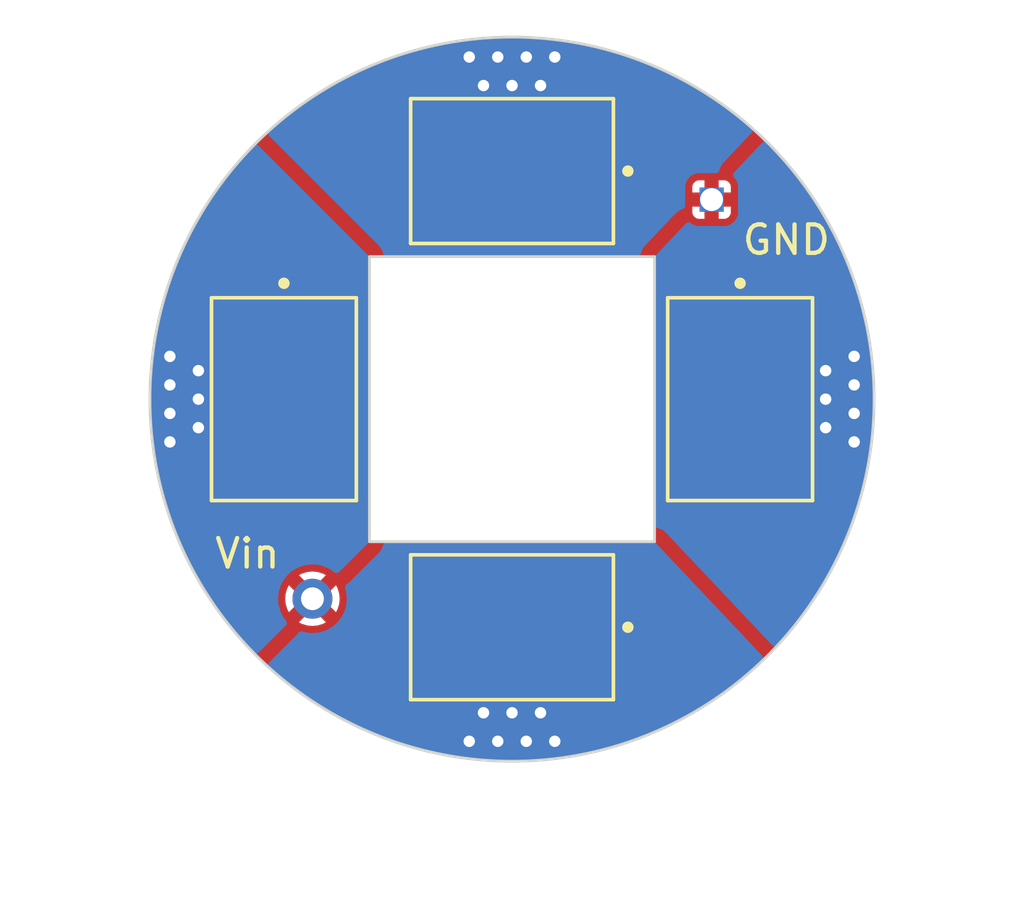
<source format=kicad_pcb>
(kicad_pcb (version 20221018) (generator pcbnew)
  (layers (0 "F.Cu" signal) (31 "B.Cu" signal) (34 "B.Paste" user) (35 "F.Paste" user) (36 "B.SilkS" user "B.Silkscreen") (37 "F.SilkS" user "F.Silkscreen") (38 "B.Mask" user) (39 "F.Mask" user) (44 "Edge.Cuts" user))
  (net 0 "")
  (net 1 "Net-(D1-Pad1)")
  (net 2 "unconnected-(D1-EXP-Pad3)")
  (net 3 "/Vin")
  (net 4 "/GND")
  (net 5 "unconnected-(D2-EXP-Pad3)")
  (net 6 "Net-(D3-Pad1)")
  (net 7 "unconnected-(D3-EXP-Pad3)")
  (net 8 "unconnected-(D4-EXP-Pad3)")
  (footprint "SST-10-IRD-B130-S940:OCI-490" (layer "F.Cu") (at 100 92 -90)
    (fp_text reference "D2" hide)
    (fp_text value "SST-10-IRD-B130-S940" hide)
    (fp_line (start -2.54 -3.556) (end 2.54 -3.556) (stroke (width 0.127)) (layer "F.SilkS"))
    (fp_line (start -2.54 3.556) (end -2.54 -3.556) (stroke (width 0.127)) (layer "F.SilkS"))
    (fp_line (start 2.54 -3.556) (end 2.54 3.556) (stroke (width 0.127)) (layer "F.SilkS"))
    (fp_line (start 2.54 3.556) (end -2.54 3.556) (stroke (width 0.127)) (layer "F.SilkS"))
    (fp_circle (center 0 -4.064) (end 0.1 -4.064) (stroke (width 0.2)) (fill none) (layer "F.SilkS"))
    (pad "1" smd rect (at 0 -2.75 270) (size 4.6 1) (layers "F.Cu" "F.Paste" "F.Mask") (net 4 "/GND"))
    (pad "2" smd rect (at 0 2.75 270) (size 4.6 1) (layers "F.Cu" "F.Paste" "F.Mask") (net 1 "Net-(D1-Pad1)"))
    (pad "3" smd rect (at 0 0 270) (size 4.6 3) (layers "F.Cu" "F.Mask") (net 5 "unconnected-(D2-EXP-Pad3)"))
  )
  (footprint "Connector_PinHeader_1.00mm:PinHeader_1x01_P1.00mm_Vertical" (layer "F.Cu") (at 107 93)
    (fp_text reference "J2" hide)
    (fp_text value "Conn_01x01_Pin")
    (pad "1" thru_hole rect (at 0 0) (size 0.85 0.85) (drill 0.8) (layers "*.Cu" "*.Mask") (net 4 "/GND"))
  )
  (footprint "SST-10-IRD-B130-S940:OCI-490" (layer "F.Cu") (at 108 100)
    (fp_text reference "D4" hide)
    (fp_text value "SST-10-IRD-B130-S940")
    (fp_line (start -2.54 -3.556) (end 2.54 -3.556) (stroke (width 0.127)) (layer "F.SilkS"))
    (fp_line (start -2.54 3.556) (end -2.54 -3.556) (stroke (width 0.127)) (layer "F.SilkS"))
    (fp_line (start 2.54 -3.556) (end 2.54 3.556) (stroke (width 0.127)) (layer "F.SilkS"))
    (fp_line (start 2.54 3.556) (end -2.54 3.556) (stroke (width 0.127)) (layer "F.SilkS"))
    (fp_circle (center 0 -4.064) (end 0.1 -4.064) (stroke (width 0.2)) (fill none) (layer "F.SilkS"))
    (pad "1" smd rect (at 0 -2.75) (size 4.6 1) (layers "F.Cu" "F.Paste" "F.Mask") (net 4 "/GND"))
    (pad "2" smd rect (at 0 2.75) (size 4.6 1) (layers "F.Cu" "F.Paste" "F.Mask") (net 6 "Net-(D3-Pad1)"))
    (pad "3" smd rect (at 0 0) (size 4.6 3) (layers "F.Cu" "F.Mask") (net 8 "unconnected-(D4-EXP-Pad3)"))
  )
  (footprint "Connector_PinHeader_1.00mm:PinHeader_1x01_P1.00mm_Vertical" (layer "F.Cu") (at 93 107)
    (fp_text reference "J1" hide)
    (fp_text value "Conn_01x01_Pin" hide)
    (pad "1" thru_hole circle (at 0 0) (size 1.4 1.4) (drill 0.8) (layers "*.Cu" "*.Mask") (net 3 "/Vin"))
  )
  (footprint "SST-10-IRD-B130-S940:OCI-490" (layer "F.Cu") (at 92 100)
    (fp_text reference "D1" hide)
    (fp_text value "SST-10-IRD-B130-S940")
    (fp_line (start -2.54 -3.556) (end 2.54 -3.556) (stroke (width 0.127)) (layer "F.SilkS"))
    (fp_line (start -2.54 3.556) (end -2.54 -3.556) (stroke (width 0.127)) (layer "F.SilkS"))
    (fp_line (start 2.54 -3.556) (end 2.54 3.556) (stroke (width 0.127)) (layer "F.SilkS"))
    (fp_line (start 2.54 3.556) (end -2.54 3.556) (stroke (width 0.127)) (layer "F.SilkS"))
    (fp_circle (center 0 -4.064) (end 0.1 -4.064) (stroke (width 0.2)) (fill none) (layer "F.SilkS"))
    (pad "1" smd rect (at 0 -2.75) (size 4.6 1) (layers "F.Cu" "F.Paste" "F.Mask") (net 1 "Net-(D1-Pad1)"))
    (pad "2" smd rect (at 0 2.75) (size 4.6 1) (layers "F.Cu" "F.Paste" "F.Mask") (net 3 "/Vin"))
    (pad "3" smd rect (at 0 0) (size 4.6 3) (layers "F.Cu" "F.Mask") (net 2 "unconnected-(D1-EXP-Pad3)"))
  )
  (footprint "SST-10-IRD-B130-S940:OCI-490" (layer "F.Cu") (at 100 108 -90)
    (fp_text reference "D3" hide)
    (fp_text value "SST-10-IRD-B130-S940")
    (fp_line (start -2.54 -3.556) (end 2.54 -3.556) (stroke (width 0.127)) (layer "F.SilkS"))
    (fp_line (start -2.54 3.556) (end -2.54 -3.556) (stroke (width 0.127)) (layer "F.SilkS"))
    (fp_line (start 2.54 -3.556) (end 2.54 3.556) (stroke (width 0.127)) (layer "F.SilkS"))
    (fp_line (start 2.54 3.556) (end -2.54 3.556) (stroke (width 0.127)) (layer "F.SilkS"))
    (fp_circle (center 0 -4.064) (end 0.1 -4.064) (stroke (width 0.2)) (fill none) (layer "F.SilkS"))
    (pad "1" smd rect (at 0 -2.75 270) (size 4.6 1) (layers "F.Cu" "F.Paste" "F.Mask") (net 6 "Net-(D3-Pad1)"))
    (pad "2" smd rect (at 0 2.75 270) (size 4.6 1) (layers "F.Cu" "F.Paste" "F.Mask") (net 3 "/Vin"))
    (pad "3" smd rect (at 0 0 270) (size 4.6 3) (layers "F.Cu" "F.Mask") (net 7 "unconnected-(D3-EXP-Pad3)"))
  )
  (gr_rect (start 95 95) (end 105 105) (stroke (width 0.1)) (fill none) (layer "Edge.Cuts"))
  (gr_circle (center 100 100) (end 112.7 100) (stroke (width 0.1)) (fill none) (layer "Edge.Cuts"))
  (gr_text "Vin" (at 89.5 106) (layer "F.SilkS") (effects (font (size 1 1)) (justify left bottom)))
  (gr_text "GND" (at 108 95) (layer "F.SilkS") (effects (font (size 1 1)) (justify left bottom)))
  (via (at 88 99.5) (size 0.8) (drill 0.4) (layers "F.Cu" "B.Cu") (net 2))
  (via (at 88 101.5) (size 0.8) (drill 0.4) (layers "F.Cu" "B.Cu") (net 2))
  (via (at 88 100.5) (size 0.8) (drill 0.4) (layers "F.Cu" "B.Cu") (net 2))
  (via (at 89 99) (size 0.8) (drill 0.4) (layers "F.Cu" "B.Cu") (net 2))
  (via (at 88 98.5) (size 0.8) (drill 0.4) (layers "F.Cu" "B.Cu") (net 2))
  (via (at 89 101) (size 0.8) (drill 0.4) (layers "F.Cu" "B.Cu") (net 2))
  (via (at 89 100) (size 0.8) (drill 0.4) (layers "F.Cu" "B.Cu") (net 2))
  (via (at 100 89) (size 0.8) (drill 0.4) (layers "F.Cu" "B.Cu") (net 5))
  (via (at 101 89) (size 0.8) (drill 0.4) (layers "F.Cu" "B.Cu") (net 5))
  (via (at 99.5 88) (size 0.8) (drill 0.4) (layers "F.Cu" "B.Cu") (net 5))
  (via (at 99 89) (size 0.8) (drill 0.4) (layers "F.Cu" "B.Cu") (net 5))
  (via (at 98.5 88) (size 0.8) (drill 0.4) (layers "F.Cu" "B.Cu") (net 5))
  (via (at 101.5 88) (size 0.8) (drill 0.4) (layers "F.Cu" "B.Cu") (net 5))
  (via (at 100.5 88) (size 0.8) (drill 0.4) (layers "F.Cu" "B.Cu") (net 5))
  (via (at 101.5 112) (size 0.8) (drill 0.4) (layers "F.Cu" "B.Cu") (net 7))
  (via (at 101 111) (size 0.8) (drill 0.4) (layers "F.Cu" "B.Cu") (net 7))
  (via (at 100.5 112) (size 0.8) (drill 0.4) (layers "F.Cu" "B.Cu") (net 7))
  (via (at 98.5 112) (size 0.8) (drill 0.4) (layers "F.Cu" "B.Cu") (net 7))
  (via (at 99.5 112) (size 0.8) (drill 0.4) (layers "F.Cu" "B.Cu") (net 7))
  (via (at 100 111) (size 0.8) (drill 0.4) (layers "F.Cu" "B.Cu") (net 7))
  (via (at 99 111) (size 0.8) (drill 0.4) (layers "F.Cu" "B.Cu") (net 7))
  (via (at 111 99) (size 0.8) (drill 0.4) (layers "F.Cu" "B.Cu") (net 8))
  (via (at 111 100) (size 0.8) (drill 0.4) (layers "F.Cu" "B.Cu") (net 8))
  (via (at 112 98.5) (size 0.8) (drill 0.4) (layers "F.Cu" "B.Cu") (net 8))
  (via (at 112 99.5) (size 0.8) (drill 0.4) (layers "F.Cu" "B.Cu") (net 8))
  (via (at 111 101) (size 0.8) (drill 0.4) (layers "F.Cu" "B.Cu") (net 8))
  (via (at 112 101.5) (size 0.8) (drill 0.4) (layers "F.Cu" "B.Cu") (net 8))
  (via (at 112 100.5) (size 0.8) (drill 0.4) (layers "F.Cu" "B.Cu") (net 8))
  (zone (net 3) (net_name "/Vin") (layer "F.Cu") (priority 1) (connect_pads (clearance 0.5)) (min_thickness 0.25) (fill yes (thermal_gap 0.25) (thermal_bridge_width 0.5))
    (polygon (pts (xy 98 102) (xy 98 114) (xy 86 114) (xy 86 102)))
  )
  (zone (net 4) (net_name "/GND") (layer "F.Cu") (priority 3) (connect_pads (clearance 0.5)) (min_thickness 0.25) (fill yes (thermal_gap 0.25) (thermal_bridge_width 0.5))
    (polygon (pts (xy 102 98) (xy 102 86) (xy 113.5 86) (xy 113.5 98)))
  )
  (zone (net 2) (net_name "unconnected-(D1-EXP-Pad3)") (layer "F.Cu") (connect_pads (clearance 0.5)) (min_thickness 0.25) (fill yes (thermal_gap 0.25) (thermal_bridge_width 2))
    (polygon (pts (xy 86 98) (xy 95 98) (xy 95 102) (xy 86 102)))
  )
  (zone (net 8) (net_name "unconnected-(D4-EXP-Pad3)") (layer "F.Cu") (priority 5) (connect_pads (clearance 0.5)) (min_thickness 0.25) (fill yes (thermal_gap 0.25) (thermal_bridge_width 2))
    (polygon (pts (xy 105 98) (xy 113.5 98) (xy 113.5 102) (xy 105 102)))
  )
  (zone (net 7) (net_name "unconnected-(D3-EXP-Pad3)") (layer "F.Cu") (priority 6) (connect_pads (clearance 0.5)) (min_thickness 0.25) (fill yes (thermal_gap 0.25) (thermal_bridge_width 2))
    (polygon (pts (xy 98 105) (xy 102 105) (xy 102 114) (xy 98 114)))
  )
  (zone (net 6) (net_name "Net-(D3-Pad1)") (layer "F.Cu") (priority 2) (connect_pads (clearance 0.5)) (min_thickness 0.25) (fill yes (thermal_gap 0.25) (thermal_bridge_width 0.5))
    (polygon (pts (xy 102 102) (xy 113.5 102) (xy 113.5 114) (xy 102 114)))
  )
  (zone (net 5) (net_name "unconnected-(D2-EXP-Pad3)") (layer "F.Cu") (priority 4) (connect_pads (clearance 0.5)) (min_thickness 0.25) (fill yes (thermal_gap 0.25) (thermal_bridge_width 2))
    (polygon (pts (xy 98 95) (xy 98 86) (xy 102 86) (xy 102 95)))
  )
  (zone (net 1) (net_name "Net-(D1-Pad1)") (layer "F.Cu") (priority 1) (connect_pads (clearance 0.5)) (min_thickness 0.25) (fill yes (thermal_gap 0.25) (thermal_bridge_width 0.5))
    (polygon (pts (xy 98 98) (xy 98 86) (xy 86 86) (xy 86 98)))
  )
  (zone (net 5) (net_name "unconnected-(D2-EXP-Pad3)") (layer "B.Cu") (priority 7) (connect_pads (clearance 0.5)) (min_thickness 0.25) (fill yes (thermal_gap 0.25) (thermal_bridge_width 2))
    (polygon (pts (xy 95 95) (xy 86 86) (xy 113.5 86) (xy 105 95)))
  )
  (zone (net 8) (net_name "unconnected-(D4-EXP-Pad3)") (layer "B.Cu") (priority 8) (connect_pads (clearance 0.5)) (min_thickness 0.25) (fill yes (thermal_gap 0.25) (thermal_bridge_width 2))
    (polygon (pts (xy 105 95) (xy 113.5 86) (xy 113.5 114) (xy 105 105)))
  )
  (zone (net 7) (net_name "unconnected-(D3-EXP-Pad3)") (layer "B.Cu") (priority 9) (connect_pads (clearance 0.5)) (min_thickness 0.25) (fill yes (thermal_gap 0.25) (thermal_bridge_width 2))
    (polygon (pts (xy 105 105) (xy 113.5 114) (xy 86 114) (xy 95 105)))
  )
  (zone (net 2) (net_name "unconnected-(D1-EXP-Pad3)") (layer "B.Cu") (priority 10) (connect_pads (clearance 0.5)) (min_thickness 0.25) (fill yes (thermal_gap 0.25) (thermal_bridge_width 2))
    (polygon (pts (xy 95 95) (xy 86 86) (xy 86 114) (xy 95 105)))
  )
)
</source>
